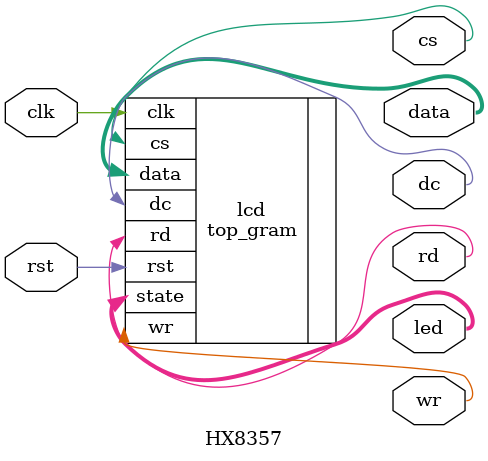
<source format=v>
`timescale 1ns / 1ps

module HX8357(
  // GENERAL SIGNALS
  input wire clk,
  input wire rst,
  
  output wire [7:0] led,
    
  // LCD SIGNALS
  output wire [7:0] data, // data to the LCD
  output wire wr, // write clock (rising edge)
  output wire rd, // read clock (rising edge)
  output wire dc, // indicates data being clocked
  output wire cs  // chip select indicates read or write
  
);

top_gram lcd (
  .state(led),
  .clk(clk),
  .rst(rst),
  
  .data(data),
  .rd(rd),
  .wr(wr),
  .dc(dc),
  .cs(cs)
);


endmodule

</source>
